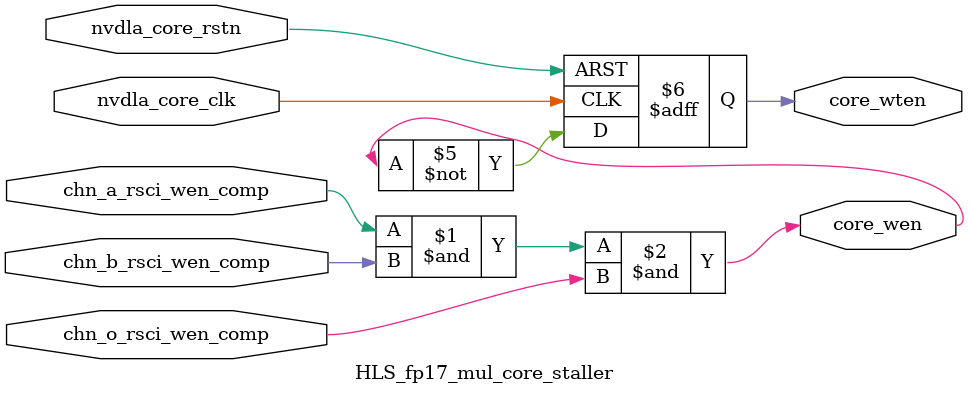
<source format=v>
module HLS_fp17_mul_core_staller (
  nvdla_core_clk, nvdla_core_rstn, core_wen, chn_a_rsci_wen_comp, core_wten, chn_b_rsci_wen_comp,
      chn_o_rsci_wen_comp
);
  input nvdla_core_clk;
  input nvdla_core_rstn;
  output core_wen;
  input chn_a_rsci_wen_comp;
  output core_wten;
  reg core_wten;
  input chn_b_rsci_wen_comp;
  input chn_o_rsci_wen_comp;
  assign core_wen = chn_a_rsci_wen_comp & chn_b_rsci_wen_comp & chn_o_rsci_wen_comp;
  always @(posedge nvdla_core_clk or negedge nvdla_core_rstn) begin
    if ( ~ nvdla_core_rstn ) begin
      core_wten <= 1'b0;
    end
    else begin
      core_wten <= ~ core_wen;
    end
  end
endmodule
</source>
